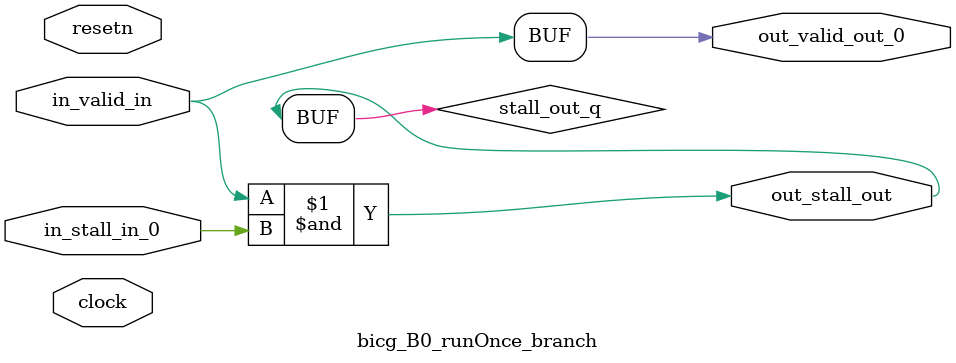
<source format=sv>



(* altera_attribute = "-name AUTO_SHIFT_REGISTER_RECOGNITION OFF; -name MESSAGE_DISABLE 10036; -name MESSAGE_DISABLE 10037; -name MESSAGE_DISABLE 14130; -name MESSAGE_DISABLE 14320; -name MESSAGE_DISABLE 15400; -name MESSAGE_DISABLE 14130; -name MESSAGE_DISABLE 10036; -name MESSAGE_DISABLE 12020; -name MESSAGE_DISABLE 12030; -name MESSAGE_DISABLE 12010; -name MESSAGE_DISABLE 12110; -name MESSAGE_DISABLE 14320; -name MESSAGE_DISABLE 13410; -name MESSAGE_DISABLE 113007; -name MESSAGE_DISABLE 10958" *)
module bicg_B0_runOnce_branch (
    input wire [0:0] in_stall_in_0,
    input wire [0:0] in_valid_in,
    output wire [0:0] out_stall_out,
    output wire [0:0] out_valid_out_0,
    input wire clock,
    input wire resetn
    );

    wire [0:0] stall_out_q;


    // stall_out(LOGICAL,6)
    assign stall_out_q = in_valid_in & in_stall_in_0;

    // out_stall_out(GPOUT,4)
    assign out_stall_out = stall_out_q;

    // out_valid_out_0(GPOUT,5)
    assign out_valid_out_0 = in_valid_in;

endmodule

</source>
